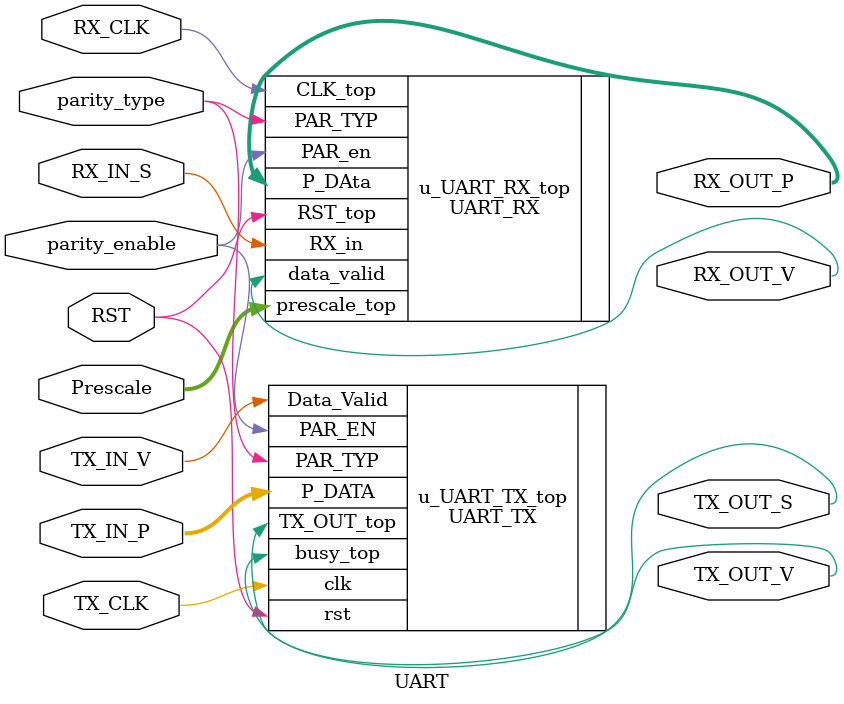
<source format=v>

module UART #( parameter DATA_WIDTH = 8 , PRESCALE_WIDTH = 5 )

(/*
 input   wire                          scan_clk,    
  input   wire                         scan_rst,    
 input   wire                          test_mode,    
 input   wire                          SE,    
 input   wire                          SI,    
 output   wire                          SO,*/
 input   wire                          RST,
 input   wire                          TX_CLK,
 input   wire                          RX_CLK,
 input   wire                          RX_IN_S,
 output  wire   [DATA_WIDTH-1:0]       RX_OUT_P, 
 output  wire                          RX_OUT_V,
 input   wire   [DATA_WIDTH-1:0]       TX_IN_P, 
 input   wire                          TX_IN_V, 
 output  wire                          TX_OUT_S,
 output  wire                          TX_OUT_V,  
 input   wire   [PRESCALE_WIDTH-1:0]   Prescale,
 input   wire                          parity_enable,
 input   wire                          parity_type
);
/*
wire TX_CLK_MUX,RX_CLK_MUX,RST_MUX;
MUX2 u_MUX2_TX_CLOCK(
    .IN0     (TX_CLK     ),
    .IN1     (scan_clk     ),
    .SL      (test_mode      ),
    .MUX_out (TX_CLK_MUX )
);

MUX2 u_MUX2_RX_CLOCK(
    .IN0     (RX_CLK     ),
    .IN1     (scan_clk     ),
    .SL      (test_mode      ),
    .MUX_out (RX_CLK_MUX )
);

MUX2 u_MUX2_RST(
    .IN0     (RST  ),
    .IN1     (scan_rst     ),
    .SL      (test_mode      ),
    .MUX_out (RST_MUX )
);
*/
UART_TX u_UART_TX_top(
    .P_DATA     (TX_IN_P     ),
    .Data_Valid (TX_IN_V ),
    .PAR_EN     (parity_enable     ),
    .PAR_TYP    (parity_type    ),
    .clk        (TX_CLK        ),
    .rst        (RST        ),
    .TX_OUT_top (TX_OUT_S ),
    .busy_top   (TX_OUT_V   )
);

UART_RX u_UART_RX_top(
    .RX_in        (RX_IN_S        ),
    .PAR_en       (parity_enable       ),
    .PAR_TYP      (parity_type      ),
    .CLK_top      (RX_CLK      ),
    .RST_top      (RST      ),
    .prescale_top (Prescale ),
    .data_valid   (RX_OUT_V   ),
    .P_DAta       (RX_OUT_P       )
);



endmodule
 

</source>
